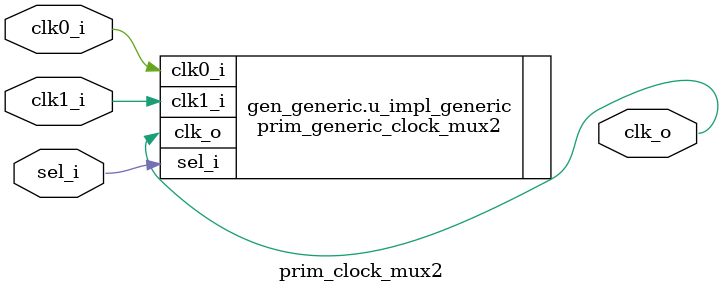
<source format=v>
module prim_clock_mux2 (
	clk0_i,
	clk1_i,
	sel_i,
	clk_o
);
	localparam prim_pkg_ImplGeneric = 0;
	parameter integer Impl = prim_pkg_ImplGeneric;
	input clk0_i;
	input clk1_i;
	input sel_i;
	output wire clk_o;
	localparam ImplGeneric = 0;
	localparam ImplXilinx = 1;
	generate
		if ((Impl == ImplGeneric)) begin : gen_generic
			prim_generic_clock_mux2 u_impl_generic(
				.clk0_i(clk0_i),
				.clk1_i(clk1_i),
				.sel_i(sel_i),
				.clk_o(clk_o)
			);
		end
		else if ((Impl == ImplXilinx)) begin : gen_xilinx
			prim_xilinx_clock_mux2 u_impl_xilinx(
				.clk0_i(clk0_i),
				.clk1_i(clk1_i),
				.sel_i(sel_i),
				.clk_o(clk_o)
			);
		end
	endgenerate
endmodule

</source>
